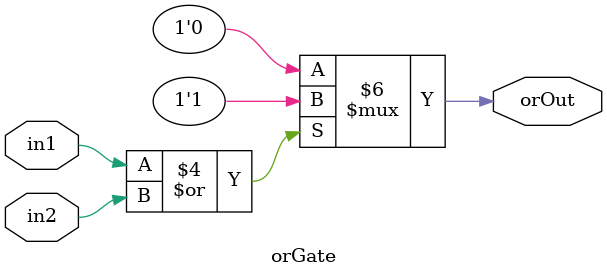
<source format=v>
module mux2to1_23b(input enable, input [22:0] in1,input [22:0] in2, input sel,output reg[22:0] tagOut); 
   
 always @( in1,in2, sel,enable)
  
    if(enable) 
      begin
      case (sel)
      1'b0 : tagOut= in1;
      1'b1 : tagOut= in2;
      endcase
      end
    else tagOut = 23'd0;

endmodule

module mux2to1_64b(input enable, input [63:0] in1,input [63:0] in2, input sel,output reg[63:0] tagOut); 
   
 always @( in1,in2, sel,enable)
  
    if(enable) 
      begin
      case (sel)
      1'b0 : tagOut= in1;
      1'b1 : tagOut= in2;
      endcase
      end
    else tagOut = 64'd0;

endmodule

module mux2to1_22b(input enable, input [21:0] in1,input [21:0] in2, input sel,output reg[21:0] tagOut); 
   
 always @( in1,in2, sel,enable)
  
    if(enable) 
      begin
      case (sel)
      1'b0 : tagOut= in1;
      1'b1 : tagOut= in2;
      endcase
      end
    else tagOut = 22'd0;

endmodule

module mux8to1_8b(input enable, input [7:0] in0,in1,in2,in3,in4,in5,in6,in7,input [2:0] sel,output reg[7:0] out);
  always @(enable, in0,in1,in2,in3,in4,in5,in6,in7,sel)
  if(enable) begin
  case(sel)
    3'b000 : out = in0;
    3'b001 : out = in1;
    3'b010 : out = in2;
    3'b011 : out = in3;
    3'b100 : out = in4;
    3'b101 : out = in5;
    3'b110 : out = in6;
    3'b111 : out = in7;
  endcase
  end
endmodule

module mux64to1_23b(input enable, input[22:0] in0,in1,in2,in3,in4,in5,in6,in7,in8,in9,
  in10,in11,in12,in13,in14,in15,in16,in17,in18,in19,
  in20,in21,in22,in23,in24,in25,in26,in27,in28,in29,
  in30,in31,in32,in33,in34,in35,in36,in37,in38,in39,
  in40,in41,in42,in43,in44,in45,in46,in47,in48,in49,
  in50,in51,in52,in53,in54,in55,in56,in57,in58,in59,
  in60,in61,in62,in63,
    input [5:0] sel,output reg[22:0] out);
  always @(enable, in0,in1,in2,in3,in4,in5,in6,in7,in9,
          in10,in11,in12,in13,in14,in15,in16,in17,in18,in19,
          in20,in21,in22,in23,in24,in25,in26,in27,in28,in29,
          in30,in31,in32,in33,in34,in35,in36,in37,in38,in39,
          in40,in41,in42,in43,in44,in45,in46,in47,in48,in49,
          in50,in51,in52,in53,in54,in55,in56,in57,in58,in59,
          in60,in61,in62,in63,sel)
  if(enable) begin
  case(sel)
    6'b000000 : out = in0;
    6'b000001 : out = in1;
    6'b000010 : out = in2;
    6'b000011 : out = in3;
    6'b000100 : out = in4;
    6'b000101 : out = in5;
    6'b000110 : out = in6;
    6'b000111 : out = in7;
	6'b001000 : out = in8;
    6'b001001 : out = in9;
    6'b001010 : out = in10;
    6'b001011 : out = in11;
    6'b001100 : out = in12;
    6'b001101 : out = in13;
    6'b001110 : out = in14;
    6'b001111 : out = in15;
	6'b010000 : out = in16;
    6'b010001 : out = in17;
    6'b010010 : out = in18;
    6'b010011 : out = in19;
    6'b010100 : out = in20;
    6'b010101 : out = in21;
    6'b010110 : out = in22;
    6'b010111 : out = in23;
	6'b011000 : out = in24;
    6'b011001 : out = in25;
    6'b011010 : out = in26;
    6'b011011 : out = in27;
    6'b011100 : out = in28;
    6'b011101 : out = in29;
    6'b011110 : out = in30;
    6'b011111 : out = in31;
	6'b100000 : out = in32;
    6'b100001 : out = in33;
    6'b100010 : out = in34;
    6'b100011 : out = in35;
    6'b100100 : out = in36;
    6'b100101 : out = in37;
    6'b100110 : out = in38;
    6'b100111 : out = in39;
	6'b101000 : out = in40;
    6'b101001 : out = in41;
    6'b101010 : out = in42;
    6'b101011 : out = in43;
    6'b101100 : out = in44;
    6'b101101 : out = in45;
    6'b101110 : out = in46;
    6'b101111 : out = in47;
	6'b110000 : out = in48;
    6'b110001 : out = in49;
    6'b110010 : out = in50;
    6'b110011 : out = in51;
    6'b110100 : out = in52;
    6'b110101 : out = in53;
    6'b110110 : out = in54;
    6'b110111 : out = in55;
	6'b111000 : out = in56;
    6'b111001 : out = in57;
    6'b111010 : out = in58;
    6'b111011 : out = in59;
    6'b111100 : out = in60;
    6'b111101 : out = in61;
    6'b111110 : out = in62;
    6'b111111 : out = in63;
  endcase
  end
  
endmodule

module mux64to1_64b(input enable, input[63:0] in0,in1,in2,in3,in4,in5,in6,in7,in8,in9,
  in10,in11,in12,in13,in14,in15,in16,in17,in18,in19,
  in20,in21,in22,in23,in24,in25,in26,in27,in28,in29,
  in30,in31,in32,in33,in34,in35,in36,in37,in38,in39,
  in40,in41,in42,in43,in44,in45,in46,in47,in48,in49,
  in50,in51,in52,in53,in54,in55,in56,in57,in58,in59,
  in60,in61,in62,in63,
    input [5:0] sel,output reg[63:0] out);
  always @(enable, in0,in1,in2,in3,in4,in5,in6,in7,in9,
          in10,in11,in12,in13,in14,in15,in16,in17,in18,in19,
          in20,in21,in22,in23,in24,in25,in26,in27,in28,in29,
          in30,in31,in32,in33,in34,in35,in36,in37,in38,in39,
          in40,in41,in42,in43,in44,in45,in46,in47,in48,in49,
          in50,in51,in52,in53,in54,in55,in56,in57,in58,in59,
          in60,in61,in62,in63,sel)
  if(enable) begin
  case(sel)
    6'b000000 : out = in0;
    6'b000001 : out = in1;
    6'b000010 : out = in2;
    6'b000011 : out = in3;
    6'b000100 : out = in4;
    6'b000101 : out = in5;
    6'b000110 : out = in6;
    6'b000111 : out = in7;
	6'b001000 : out = in8;
    6'b001001 : out = in9;
    6'b001010 : out = in10;
    6'b001011 : out = in11;
    6'b001100 : out = in12;
    6'b001101 : out = in13;
    6'b001110 : out = in14;
    6'b001111 : out = in15;
	6'b010000 : out = in16;
    6'b010001 : out = in17;
    6'b010010 : out = in18;
    6'b010011 : out = in19;
    6'b010100 : out = in20;
    6'b010101 : out = in21;
    6'b010110 : out = in22;
    6'b010111 : out = in23;
	6'b011000 : out = in24;
    6'b011001 : out = in25;
    6'b011010 : out = in26;
    6'b011011 : out = in27;
    6'b011100 : out = in28;
    6'b011101 : out = in29;
    6'b011110 : out = in30;
    6'b011111 : out = in31;
	6'b100000 : out = in32;
    6'b100001 : out = in33;
    6'b100010 : out = in34;
    6'b100011 : out = in35;
    6'b100100 : out = in36;
    6'b100101 : out = in37;
    6'b100110 : out = in38;
    6'b100111 : out = in39;
	6'b101000 : out = in40;
    6'b101001 : out = in41;
    6'b101010 : out = in42;
    6'b101011 : out = in43;
    6'b101100 : out = in44;
    6'b101101 : out = in45;
    6'b101110 : out = in46;
    6'b101111 : out = in47;
	6'b110000 : out = in48;
    6'b110001 : out = in49;
    6'b110010 : out = in50;
    6'b110011 : out = in51;
    6'b110100 : out = in52;
    6'b110101 : out = in53;
    6'b110110 : out = in54;
    6'b110111 : out = in55;
	6'b111000 : out = in56;
    6'b111001 : out = in57;
    6'b111010 : out = in58;
    6'b111011 : out = in59;
    6'b111100 : out = in60;
    6'b111101 : out = in61;
    6'b111110 : out = in62;
    6'b111111 : out = in63;
  endcase
  end
  
endmodule

module mux64to1_1b(input enable, input in0,in1,in2,in3,in4,in5,in6,in7,in8,in9,
    in10,in11,in12,in13,in14,in15,in16,in17,in18,in19,
    in20,in21,in22,in23,in24,in25,in26,in27,in28,in29,
    in30,in31,in32,in33,in34,in35,in36,in37,in38,in39,
    in40,in41,in42,in43,in44,in45,in46,in47,in48,in49,
    in50,in51,in52,in53,in54,in55,in56,in57,in58,in59,
    in60,in61,in62,in63,
input [5:0] sel,output reg out);
  always @(enable, in0,in1,in2,in3,in4,in5,in6,in7,in9,
    in10,in11,in12,in13,in14,in15,in16,in17,in18,in19,
    in20,in21,in22,in23,in24,in25,in26,in27,in28,in29,
    in30,in31,in32,in33,in34,in35,in36,in37,in38,in39,
    in40,in41,in42,in43,in44,in45,in46,in47,in48,in49,
    in50,in51,in52,in53,in54,in55,in56,in57,in58,in59,
    in60,in61,in62,in63,sel)
  if(enable) begin
  case(sel)
    6'b000000 : out = in0;
    6'b000001 : out = in1;
    6'b000010 : out = in2;
    6'b000011 : out = in3;
    6'b000100 : out = in4;
    6'b000101 : out = in5;
    6'b000110 : out = in6;
    6'b000111 : out = in7;
	6'b001000 : out = in8;
    6'b001001 : out = in9;
    6'b001010 : out = in10;
    6'b001011 : out = in11;
    6'b001100 : out = in12;
    6'b001101 : out = in13;
    6'b001110 : out = in14;
    6'b001111 : out = in15;
	6'b010000 : out = in16;
    6'b010001 : out = in17;
    6'b010010 : out = in18;
    6'b010011 : out = in19;
    6'b010100 : out = in20;
    6'b010101 : out = in21;
    6'b010110 : out = in22;
    6'b010111 : out = in23;
	6'b011000 : out = in24;
    6'b011001 : out = in25;
    6'b011010 : out = in26;
    6'b011011 : out = in27;
    6'b011100 : out = in28;
    6'b011101 : out = in29;
    6'b011110 : out = in30;
    6'b011111 : out = in31;
	6'b100000 : out = in32;
    6'b100001 : out = in33;
    6'b100010 : out = in34;
    6'b100011 : out = in35;
    6'b100100 : out = in36;
    6'b100101 : out = in37;
    6'b100110 : out = in38;
    6'b100111 : out = in39;
	6'b101000 : out = in40;
    6'b101001 : out = in41;
    6'b101010 : out = in42;
    6'b101011 : out = in43;
    6'b101100 : out = in44;
    6'b101101 : out = in45;
    6'b101110 : out = in46;
    6'b101111 : out = in47;
	6'b110000 : out = in48;
    6'b110001 : out = in49;
    6'b110010 : out = in50;
    6'b110011 : out = in51;
    6'b110100 : out = in52;
    6'b110101 : out = in53;
    6'b110110 : out = in54;
    6'b110111 : out = in55;
	6'b111000 : out = in56;
    6'b111001 : out = in57;
    6'b111010 : out = in58;
    6'b111011 : out = in59;
    6'b111100 : out = in60;
    6'b111101 : out = in61;
    6'b111110 : out = in62;
    6'b111111 : out = in63;	
  endcase
  end
endmodule

module decoder6to64(input [5:0] destReg, output reg [63:0] decOut);
always @(destReg)
  begin
    case(destReg)
      0: decOut =  64'b0000000000000000000000000000000000000000000000000000000000000001; 
      1: decOut =  64'b0000000000000000000000000000000000000000000000000000000000000010;
      2: decOut =  64'b0000000000000000000000000000000000000000000000000000000000000100;
      3: decOut =  64'b0000000000000000000000000000000000000000000000000000000000001000; 
      4: decOut =  64'b0000000000000000000000000000000000000000000000000000000000010000;
      5: decOut =  64'b0000000000000000000000000000000000000000000000000000000000100000;
      6: decOut =  64'b0000000000000000000000000000000000000000000000000000000001000000;
      7: decOut =  64'b0000000000000000000000000000000000000000000000000000000010000000;
      8: decOut =  64'b0000000000000000000000000000000000000000000000000000000100000000;
      9: decOut =  64'b0000000000000000000000000000000000000000000000000000001000000000;
      10: decOut = 64'b0000000000000000000000000000000000000000000000000000010000000000;
      11: decOut = 64'b0000000000000000000000000000000000000000000000000000100000000000;
      12: decOut = 64'b0000000000000000000000000000000000000000000000000001000000000000;
      13: decOut = 64'b0000000000000000000000000000000000000000000000000010000000000000;
      14: decOut = 64'b0000000000000000000000000000000000000000000000000100000000000000;
      15: decOut = 64'b0000000000000000000000000000000000000000000000001000000000000000;
      16: decOut = 64'b0000000000000000000000000000000000000000000000010000000000000000;
      17: decOut = 64'b0000000000000000000000000000000000000000000000100000000000000000;
      18: decOut = 64'b0000000000000000000000000000000000000000000001000000000000000000;
      19: decOut = 64'b0000000000000000000000000000000000000000000010000000000000000000;
      20: decOut = 64'b0000000000000000000000000000000000000000000100000000000000000000;
      21: decOut = 64'b0000000000000000000000000000000000000000001000000000000000000000;
      22: decOut = 64'b0000000000000000000000000000000000000000010000000000000000000000;
      23: decOut = 64'b0000000000000000000000000000000000000000100000000000000000000000;
      24: decOut = 64'b0000000000000000000000000000000000000001000000000000000000000000;
      25: decOut = 64'b0000000000000000000000000000000000000010000000000000000000000000;
      26: decOut = 64'b0000000000000000000000000000000000000100000000000000000000000000;
      27: decOut = 64'b0000000000000000000000000000000000001000000000000000000000000000;
      28: decOut = 64'b0000000000000000000000000000000000010000000000000000000000000000;
      29: decOut = 64'b0000000000000000000000000000000000100000000000000000000000000000;
      30: decOut = 64'b0000000000000000000000000000000001000000000000000000000000000000;
      31: decOut = 64'b0000000000000000000000000000000010000000000000000000000000000000;
      32: decOut = 64'b0000000000000000000000000000000100000000000000000000000000000000;
      33: decOut = 64'b0000000000000000000000000000001000000000000000000000000000000000;
      34: decOut = 64'b0000000000000000000000000000010000000000000000000000000000000000;
      35: decOut = 64'b0000000000000000000000000000100000000000000000000000000000000000;
      36: decOut = 64'b0000000000000000000000000001000000000000000000000000000000000000;
      37: decOut = 64'b0000000000000000000000000010000000000000000000000000000000000000;
      38: decOut = 64'b0000000000000000000000000100000000000000000000000000000000000000;
      39: decOut = 64'b0000000000000000000000001000000000000000000000000000000000000000;
      40: decOut = 64'b0000000000000000000000010000000000000000000000000000000000000000;
      41: decOut = 64'b0000000000000000000000100000000000000000000000000000000000000000;
      42: decOut = 64'b0000000000000000000001000000000000000000000000000000000000000000;
      43: decOut = 64'b0000000000000000000010000000000000000000000000000000000000000000;
      44: decOut = 64'b0000000000000000000100000000000000000000000000000000000000000000;
      45: decOut = 64'b0000000000000000001000000000000000000000000000000000000000000000;
      46: decOut = 64'b0000000000000000010000000000000000000000000000000000000000000000;
      47: decOut = 64'b0000000000000000100000000000000000000000000000000000000000000000;
      48: decOut = 64'b0000000000000001000000000000000000000000000000000000000000000000;
      49: decOut = 64'b0000000000000010000000000000000000000000000000000000000000000000;
      50: decOut = 64'b0000000000000100000000000000000000000000000000000000000000000000;
      51: decOut = 64'b0000000000001000000000000000000000000000000000000000000000000000;
      52: decOut = 64'b0000000000010000000000000000000000000000000000000000000000000000;
      53: decOut = 64'b0000000000100000000000000000000000000000000000000000000000000000;
      54: decOut = 64'b0000000001000000000000000000000000000000000000000000000000000000;
      55: decOut = 64'b0000000010000000000000000000000000000000000000000000000000000000;
      56: decOut = 64'b0000000100000000000000000000000000000000000000000000000000000000;
      57: decOut = 64'b0000001000000000000000000000000000000000000000000000000000000000;
      58: decOut = 64'b0000010000000000000000000000000000000000000000000000000000000000;
      59: decOut = 64'b0000100000000000000000000000000000000000000000000000000000000000;
      60: decOut = 64'b0001000000000000000000000000000000000000000000000000000000000000;
      61: decOut = 64'b0010000000000000000000000000000000000000000000000000000000000000;
      62: decOut = 64'b0100000000000000000000000000000000000000000000000000000000000000;
      63: decOut = 64'b1000000000000000000000000000000000000000000000000000000000000000;
    endcase
  end                
endmodule

module comparator(input [22:0] in1, input [22:0] in2,output reg compOut);
  always@(in1, in2)
    begin
      if(in1 == in2)
        compOut = 1'b1;
      else
        compOut = 1'b0;
    end
endmodule

module orGate(input in1, input in2, output reg orOut);
  always@(in1, in2)
  begin
    if(in1 == 1 | in2 == 1)
      orOut = 1'b1;
    else
      orOut = 1'b0;
  end
endmodule
</source>
